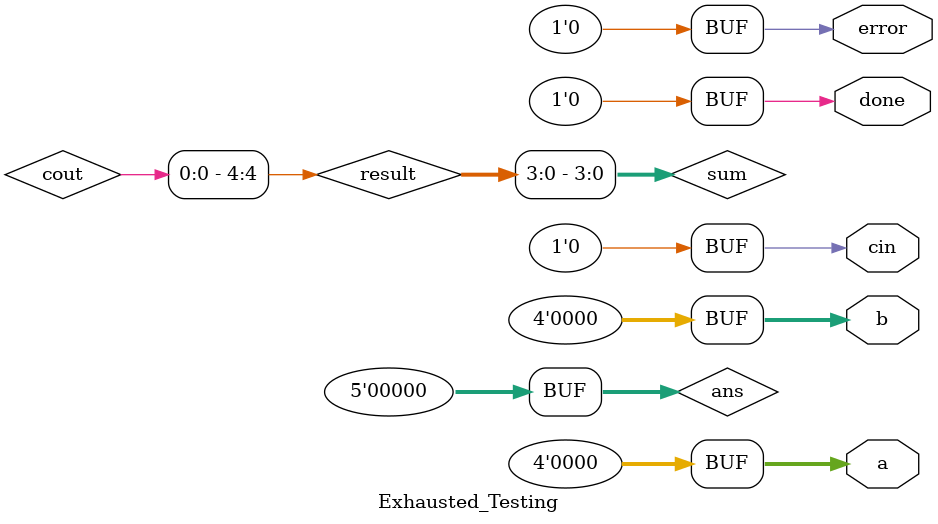
<source format=v>
`timescale 1ns/1ps

module Exhausted_Testing(a, b, cin, error, done);
output [4-1:0] a, b;
output cin;
output error;
output done;

// input signal to the test instance.
reg [4-1:0] a = 4'b0000;
reg [4-1:0] b = 4'b0000;
reg cin = 1'b0;

// initial value for the done and error indicator: not done, no error
reg done = 1'b0;
reg error = 1'b0;


// output from the test instance.
wire [4-1:0] sum;
wire cout;
wire [4:0] result;
wire [4:0] ans;
// instantiate the test instance.
Ripple_Carry_Adder rca(
    .a (a), 
    .b (b), 
    .cin (cin),
    .cout (cout),
    .sum (sum)
);
assign result = {cout, sum};
assign ans = a + b + cin;

  initial begin

    $monitor($time, " a=%b b=%b cin=%b | DONE=%b  ERROR=%b",
      a, b, cin, done, error);
  end
initial begin
    //cin = 1'b0, cin = 1'b1
    repeat (2 ** 1) begin
        repeat (2 ** 4)begin
            repeat (2 ** 4)begin
                //check the input
                #1
                if(result != ans)
                    error = 1'b1;
                else
                    error = 1'b0;
                //setting another input
                #4
                b = b + 4'b0001;
            end
            a = a + 4'b0001;
        end
        cin = cin + 1'b1;
    end
    
    #5
    done = 1'b1;
    #5
    done = 1'b0;
    // design you test pattern here.
    // Remember to set the input pattern to the test instance every 5 nanasecond
    // Check the output and set the `error` signal accordingly 1 nanosecond after new input is set.
    // Also set the done signal to 1'b1 5 nanoseconds after the test is finished.
    // Example:
    // setting the input
    // a = 4'b0000;
    // b = 4'b0000;
    // cin = 1'b0;
    // check the output
    // #1
    // check_output;
    // #4
    // setting another input
    // a = 4'b0001;
    // b = 4'b0000;
    // cin = 1'b0;
    //.....
    // #4
    // The last input pattern
    // a = 4'b1111;
    // b = 4'b1111;
    // cin = 1'b1;
    // #1
    // check_output;
    // #4
    // setting the done signal
    // done = 1'b1;
    


end

endmodule

</source>
